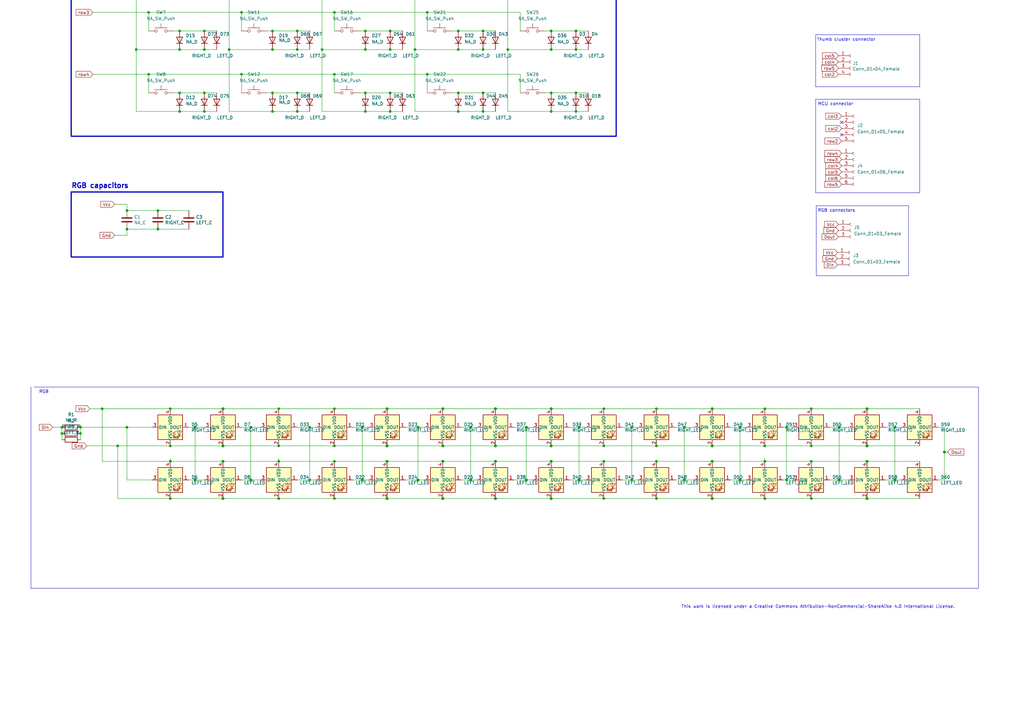
<source format=kicad_sch>
(kicad_sch (version 20230121) (generator eeschema)
  (paper "A3")
  (title_block (title "flex.sch") (date "2022-01-24") (company "bastard keyboards") (comment 3 "CC BY-NC-SA 4.0") (comment 4 "Copyright Quentin Lebastard 2022"))
  (junction (at 226.06 189.23) (diameter 1.016))
  (junction (at 137.16 182.88))
  (junction (at 149.86 38.1))
  (junction (at 132.08 -5.08))
  (junction (at 132.08 20.32))
  (junction (at 203.2 204.47) (diameter 1.016))
  (junction (at 127 196.85))
  (junction (at 171.45 175.26) (diameter 1.016))
  (junction (at 91.44 182.88) (diameter 1.016))
  (junction (at 198.12 38.1))
  (junction (at 83.82 20.32))
  (junction (at 226.06 -5.08))
  (junction (at 198.12 20.32))
  (junction (at 52.07 86.36))
  (junction (at 303.53 196.85) (diameter 1.016))
  (junction (at 158.75 189.23) (diameter 1.016))
  (junction (at 60.96 5.08))
  (junction (at 269.24 182.88))
  (junction (at 355.6 167.64) (diameter 1.016))
  (junction (at 313.69 182.88))
  (junction (at 137.16 189.23))
  (junction (at 121.92 12.7))
  (junction (at 322.58 175.26))
  (junction (at 226.06 182.88) (diameter 1.016))
  (junction (at 187.96 45.72))
  (junction (at 280.67 175.26) (diameter 1.016))
  (junction (at 344.17 196.85) (diameter 1.016))
  (junction (at 137.16 30.48))
  (junction (at 187.96 12.7))
  (junction (at 170.18 20.32))
  (junction (at 160.02 20.32))
  (junction (at 83.82 12.7))
  (junction (at 73.66 45.72))
  (junction (at 99.06 30.48))
  (junction (at 332.74 204.47))
  (junction (at 247.65 189.23))
  (junction (at 181.61 204.47) (diameter 1.016))
  (junction (at 236.22 20.32))
  (junction (at 236.22 -5.08))
  (junction (at 160.02 -12.7))
  (junction (at 160.02 45.72))
  (junction (at 149.86 -5.08))
  (junction (at 158.75 204.47) (diameter 1.016))
  (junction (at 111.76 38.1))
  (junction (at 280.67 196.85) (diameter 1.016))
  (junction (at 367.03 175.26) (diameter 1.016))
  (junction (at 55.88 -5.08))
  (junction (at 236.22 38.1))
  (junction (at 236.22 45.72))
  (junction (at 175.26 -20.32))
  (junction (at 158.75 167.64) (diameter 1.016))
  (junction (at 99.06 5.08))
  (junction (at 292.1 204.47) (diameter 1.016))
  (junction (at 187.96 38.1))
  (junction (at 83.82 -5.08))
  (junction (at 226.06 20.32))
  (junction (at 91.44 189.23) (diameter 1.016))
  (junction (at 215.9 175.26) (diameter 1.016))
  (junction (at 121.92 38.1))
  (junction (at 226.06 45.72))
  (junction (at 69.85 189.23))
  (junction (at 198.12 -12.7))
  (junction (at 203.2 182.88) (diameter 1.016))
  (junction (at 269.24 167.64))
  (junction (at 198.12 12.7))
  (junction (at 198.12 -5.08))
  (junction (at 187.96 20.32))
  (junction (at 83.82 -12.7))
  (junction (at 127 175.26))
  (junction (at 60.96 -20.32))
  (junction (at 121.92 -5.08))
  (junction (at 114.3 204.47))
  (junction (at 64.77 86.36))
  (junction (at 69.85 167.64))
  (junction (at 181.61 189.23) (diameter 1.016))
  (junction (at 292.1 182.88) (diameter 1.016))
  (junction (at 148.59 175.26) (diameter 1.016))
  (junction (at 80.01 175.26) (diameter 1.016))
  (junction (at 91.44 167.64) (diameter 1.016))
  (junction (at 33.02 175.26))
  (junction (at 83.82 45.72))
  (junction (at 313.69 204.47))
  (junction (at 292.1 167.64) (diameter 1.016))
  (junction (at 111.76 45.72))
  (junction (at 69.85 204.47))
  (junction (at 247.65 167.64))
  (junction (at 73.66 20.32))
  (junction (at 203.2 167.64) (diameter 1.016))
  (junction (at 69.85 182.88))
  (junction (at 148.59 196.85) (diameter 1.016))
  (junction (at 121.92 45.72))
  (junction (at 203.2 189.23) (diameter 1.016))
  (junction (at 171.45 196.85) (diameter 1.016))
  (junction (at 149.86 45.72))
  (junction (at 193.04 196.85) (diameter 1.016))
  (junction (at 175.26 30.48))
  (junction (at 25.4 177.8))
  (junction (at 355.6 204.47) (diameter 1.016))
  (junction (at 292.1 189.23) (diameter 1.016))
  (junction (at 48.26 182.88))
  (junction (at 73.66 -12.7))
  (junction (at 175.26 5.08))
  (junction (at 111.76 -5.08))
  (junction (at 137.16 204.47))
  (junction (at 237.49 175.26) (diameter 1.016))
  (junction (at 149.86 20.32))
  (junction (at 137.16 167.64))
  (junction (at 247.65 182.88))
  (junction (at 303.53 175.26) (diameter 1.016))
  (junction (at 137.16 -20.32))
  (junction (at 208.28 -5.08))
  (junction (at 160.02 -5.08))
  (junction (at 149.86 12.7))
  (junction (at 80.01 196.85) (diameter 1.016))
  (junction (at 269.24 204.47))
  (junction (at 121.92 -12.7))
  (junction (at 114.3 182.88))
  (junction (at 193.04 175.26) (diameter 1.016))
  (junction (at 93.98 -5.08))
  (junction (at 114.3 189.23))
  (junction (at 226.06 38.1))
  (junction (at 111.76 20.32))
  (junction (at 73.66 38.1))
  (junction (at 93.98 20.32))
  (junction (at 259.08 175.26))
  (junction (at 226.06 -12.7))
  (junction (at 313.69 167.64))
  (junction (at 181.61 182.88) (diameter 1.016))
  (junction (at 237.49 196.85) (diameter 1.016))
  (junction (at 158.75 182.88) (diameter 1.016))
  (junction (at 313.69 189.23))
  (junction (at 208.28 20.32))
  (junction (at 355.6 189.23) (diameter 1.016))
  (junction (at 187.96 -5.08))
  (junction (at 102.87 196.85) (diameter 1.016))
  (junction (at 83.82 38.1))
  (junction (at 236.22 -12.7))
  (junction (at 41.91 167.64))
  (junction (at 344.17 175.26) (diameter 1.016))
  (junction (at 387.35 185.42) (diameter 1.016))
  (junction (at 52.07 175.26))
  (junction (at 215.9 196.85) (diameter 1.016))
  (junction (at 64.77 93.98))
  (junction (at 160.02 38.1))
  (junction (at 121.92 20.32))
  (junction (at 236.22 12.7))
  (junction (at 102.87 175.26) (diameter 1.016))
  (junction (at 160.02 12.7))
  (junction (at 52.07 93.98))
  (junction (at 181.61 167.64) (diameter 1.016))
  (junction (at 114.3 167.64))
  (junction (at 73.66 12.7))
  (junction (at 355.6 182.88) (diameter 1.016))
  (junction (at 332.74 189.23))
  (junction (at 111.76 -12.7))
  (junction (at 226.06 12.7))
  (junction (at 332.74 182.88))
  (junction (at 73.66 -5.08))
  (junction (at 367.03 196.85) (diameter 1.016))
  (junction (at 137.16 5.08))
  (junction (at 170.18 -5.08))
  (junction (at 111.76 12.7))
  (junction (at 99.06 -20.32))
  (junction (at 55.88 20.32))
  (junction (at 198.12 45.72))
  (junction (at 226.06 204.47) (diameter 1.016))
  (junction (at 33.02 177.8))
  (junction (at 60.96 30.48))
  (junction (at 226.06 167.64) (diameter 1.016))
  (junction (at 149.86 -12.7))
  (junction (at 332.74 167.64))
  (junction (at 91.44 204.47) (diameter 1.016))
  (junction (at 322.58 196.85))
  (junction (at 247.65 204.47))
  (junction (at 259.08 196.85))
  (junction (at 25.4 175.26))
  (junction (at 187.96 -12.7))
  (junction (at 269.24 189.23))
  (no_connect (at 345.186 55.2704))
  (no_connect (at 345.186 50.1904))
  (wire (pts (xy 187.96 20.32) (xy 170.18 20.32)))
  (wire (pts (xy 77.47 196.85) (xy 80.01 196.85)))
  (wire (pts (xy 355.6 182.88) (xy 377.19 182.88)))
  (wire (pts (xy 226.06 38.1) (xy 236.22 38.1)))
  (wire (pts (xy 181.61 182.88) (xy 203.2 182.88)))
  (polyline (pts (xy 334.772 84.3788) (xy 372.618 84.3788)))
  (polyline (pts (xy 334.518 40.6908) (xy 377.19 40.6908)))
  (wire (pts (xy 203.2 189.23) (xy 226.06 189.23)))
  (wire (pts (xy 269.24 167.64) (xy 292.1 167.64)))
  (wire (pts (xy 387.35 185.42) (xy 387.35 196.85)))
  (wire (pts (xy 83.82 -5.08) (xy 88.9 -5.08)))
  (wire (pts (xy 83.82 45.72) (xy 88.9 45.72)))
  (polyline (pts (xy 372.618 113.0808) (xy 334.772 113.0808)))
  (wire (pts (xy 259.08 175.26) (xy 259.08 196.85)))
  (wire (pts (xy 60.96 -20.32) (xy 99.06 -20.32)))
  (wire (pts (xy 114.3 187.96) (xy 114.3 189.23)))
  (wire (pts (xy 237.49 175.26) (xy 237.49 196.85)))
  (wire (pts (xy 321.31 175.26) (xy 322.58 175.26)))
  (wire (pts (xy 226.06 182.88) (xy 247.65 182.88)))
  (wire (pts (xy 144.78 175.26) (xy 148.59 175.26)))
  (wire (pts (xy 99.06 -20.32) (xy 99.06 -12.7)))
  (wire (pts (xy 223.52 38.1) (xy 226.06 38.1)))
  (wire (pts (xy 223.52 12.7) (xy 226.06 12.7)))
  (wire (pts (xy 99.06 5.08) (xy 99.06 12.7)))
  (wire (pts (xy 198.12 12.7) (xy 203.2 12.7)))
  (wire (pts (xy 73.66 -5.08) (xy 83.82 -5.08)))
  (wire (pts (xy 83.82 12.7) (xy 88.9 12.7)))
  (wire (pts (xy 322.58 196.85) (xy 325.12 196.85)))
  (polyline (pts (xy 334.518 14.2748) (xy 334.518 35.6108)))
  (wire (pts (xy 187.96 45.72) (xy 170.18 45.72)))
  (wire (pts (xy 114.3 167.64) (xy 137.16 167.64)))
  (polyline (pts (xy 401.32 241.3) (xy 12.7 241.3)))
  (wire (pts (xy 226.06 189.23) (xy 247.65 189.23)))
  (wire (pts (xy 384.81 175.26) (xy 387.35 175.26)))
  (wire (pts (xy 226.06 45.72) (xy 236.22 45.72)))
  (wire (pts (xy 322.58 175.26) (xy 325.12 175.26)))
  (wire (pts (xy 109.22 38.1) (xy 111.76 38.1)))
  (wire (pts (xy 187.96 45.72) (xy 198.12 45.72)))
  (wire (pts (xy 223.52 -12.7) (xy 226.06 -12.7)))
  (wire (pts (xy 185.42 38.1) (xy 187.96 38.1)))
  (wire (pts (xy 313.69 167.64) (xy 332.74 167.64)))
  (wire (pts (xy 299.72 175.26) (xy 303.53 175.26)))
  (wire (pts (xy 91.44 182.88) (xy 114.3 182.88)))
  (wire (pts (xy 149.86 20.32) (xy 160.02 20.32)))
  (wire (pts (xy 313.69 187.96) (xy 313.69 189.23)))
  (wire (pts (xy 99.06 -20.32) (xy 137.16 -20.32)))
  (wire (pts (xy 137.16 182.88) (xy 158.75 182.88)))
  (wire (pts (xy 93.98 -5.08) (xy 93.98 20.32)))
  (wire (pts (xy 149.86 45.72) (xy 160.02 45.72)))
  (wire (pts (xy 114.3 182.88) (xy 137.16 182.88)))
  (wire (pts (xy 158.75 204.47) (xy 181.61 204.47)))
  (polyline (pts (xy 377.19 14.2748) (xy 377.19 35.6108)))
  (wire (pts (xy 292.1 204.47) (xy 313.69 204.47)))
  (wire (pts (xy 210.82 175.26) (xy 215.9 175.26)))
  (wire (pts (xy 171.45 175.26) (xy 171.45 196.85)))
  (wire (pts (xy 83.82 38.1) (xy 88.9 38.1)))
  (wire (pts (xy 69.85 182.88) (xy 91.44 182.88)))
  (wire (pts (xy 269.24 189.23) (xy 292.1 189.23)))
  (wire (pts (xy 48.26 204.47) (xy 69.85 204.47)))
  (wire (pts (xy 321.31 196.85) (xy 322.58 196.85)))
  (wire (pts (xy 147.32 -12.7) (xy 149.86 -12.7)))
  (wire (pts (xy 160.02 38.1) (xy 165.1 38.1)))
  (wire (pts (xy 226.06 -12.7) (xy 236.22 -12.7)))
  (wire (pts (xy 344.17 175.26) (xy 344.17 196.85)))
  (wire (pts (xy 83.82 -12.7) (xy 88.9 -12.7)))
  (wire (pts (xy 137.16 167.64) (xy 158.75 167.64)))
  (wire (pts (xy 210.82 196.85) (xy 215.9 196.85)))
  (wire (pts (xy 148.59 175.26) (xy 151.13 175.26)))
  (wire (pts (xy 269.24 182.88) (xy 292.1 182.88)))
  (wire (pts (xy 237.49 196.85) (xy 240.03 196.85)))
  (wire (pts (xy 160.02 12.7) (xy 165.1 12.7)))
  (wire (pts (xy 185.42 12.7) (xy 187.96 12.7)))
  (wire (pts (xy 292.1 189.23) (xy 313.69 189.23)))
  (wire (pts (xy 121.92 -12.7) (xy 127 -12.7)))
  (wire (pts (xy 226.06 -5.08) (xy 236.22 -5.08)))
  (wire (pts (xy 52.07 86.36) (xy 52.07 83.82)))
  (wire (pts (xy 226.06 167.64) (xy 247.65 167.64)))
  (wire (pts (xy 198.12 45.72) (xy 203.2 45.72)))
  (wire (pts (xy 187.96 -5.08) (xy 198.12 -5.08)))
  (wire (pts (xy 80.01 175.26) (xy 83.82 175.26)))
  (wire (pts (xy 149.86 -12.7) (xy 160.02 -12.7)))
  (wire (pts (xy 36.83 167.64) (xy 41.91 167.64)))
  (wire (pts (xy 181.61 189.23) (xy 203.2 189.23)))
  (wire (pts (xy 233.68 196.85) (xy 237.49 196.85)))
  (wire (pts (xy 46.99 96.52) (xy 52.07 96.52)))
  (wire (pts (xy 64.77 86.36) (xy 77.47 86.36)))
  (wire (pts (xy 236.22 -12.7) (xy 241.3 -12.7)))
  (wire (pts (xy 208.28 -5.08) (xy 208.28 -27.94)))
  (wire (pts (xy 132.08 20.32) (xy 132.08 45.72)))
  (wire (pts (xy 170.18 20.32) (xy 170.18 45.72)))
  (wire (pts (xy 52.07 93.98) (xy 64.77 93.98)))
  (wire (pts (xy 193.04 196.85) (xy 195.58 196.85)))
  (wire (pts (xy 38.1 5.08) (xy 60.96 5.08)))
  (wire (pts (xy 121.92 12.7) (xy 127 12.7)))
  (wire (pts (xy 367.03 196.85) (xy 369.57 196.85)))
  (wire (pts (xy 73.66 20.32) (xy 55.88 20.32)))
  (wire (pts (xy 35.56 182.88) (xy 48.26 182.88)))
  (wire (pts (xy 203.2 204.47) (xy 226.06 204.47)))
  (wire (pts (xy 137.16 -20.32) (xy 175.26 -20.32)))
  (wire (pts (xy 226.06 20.32) (xy 208.28 20.32)))
  (wire (pts (xy 332.74 189.23) (xy 355.6 189.23)))
  (wire (pts (xy 64.77 93.98) (xy 77.47 93.98)))
  (wire (pts (xy 236.22 38.1) (xy 241.3 38.1)))
  (wire (pts (xy 93.98 20.32) (xy 93.98 45.72)))
  (wire (pts (xy 121.92 38.1) (xy 127 38.1)))
  (wire (pts (xy 48.26 182.88) (xy 69.85 182.88)))
  (wire (pts (xy 52.07 175.26) (xy 52.07 196.85)))
  (wire (pts (xy 137.16 189.23) (xy 158.75 189.23)))
  (wire (pts (xy 387.35 185.42) (xy 388.62 185.42)))
  (wire (pts (xy 332.74 204.47) (xy 355.6 204.47)))
  (wire (pts (xy 111.76 20.32) (xy 93.98 20.32)))
  (wire (pts (xy 215.9 175.26) (xy 215.9 196.85)))
  (wire (pts (xy 121.92 175.26) (xy 127 175.26)))
  (wire (pts (xy 187.96 12.7) (xy 198.12 12.7)))
  (wire (pts (xy 33.02 175.26) (xy 33.02 177.8)))
  (wire (pts (xy 292.1 182.88) (xy 313.69 182.88)))
  (wire (pts (xy 149.86 -5.08) (xy 132.08 -5.08)))
  (wire (pts (xy 147.32 12.7) (xy 149.86 12.7)))
  (wire (pts (xy 181.61 167.64) (xy 203.2 167.64)))
  (wire (pts (xy 355.6 204.47) (xy 377.19 204.47)))
  (wire (pts (xy 121.92 45.72) (xy 127 45.72)))
  (wire (pts (xy 198.12 -12.7) (xy 203.2 -12.7)))
  (wire (pts (xy 33.02 175.26) (xy 52.07 175.26)))
  (wire (pts (xy 269.24 189.23) (xy 247.65 189.23)))
  (wire (pts (xy 69.85 189.23) (xy 69.85 187.96)))
  (wire (pts (xy 80.01 175.26) (xy 80.01 196.85)))
  (wire (pts (xy 160.02 45.72) (xy 165.1 45.72)))
  (wire (pts (xy 363.22 175.26) (xy 367.03 175.26)))
  (wire (pts (xy 166.37 196.85) (xy 171.45 196.85)))
  (wire (pts (xy 69.85 204.47) (xy 91.44 204.47)))
  (wire (pts (xy 127 196.85) (xy 129.54 196.85)))
  (wire (pts (xy 259.08 175.26) (xy 261.62 175.26)))
  (wire (pts (xy 313.69 204.47) (xy 332.74 204.47)))
  (wire (pts (xy 187.96 38.1) (xy 198.12 38.1)))
  (wire (pts (xy 71.12 12.7) (xy 73.66 12.7)))
  (wire (pts (xy 52.07 83.82) (xy 46.99 83.82)))
  (wire (pts (xy 48.26 182.88) (xy 48.26 204.47)))
  (wire (pts (xy 148.59 196.85) (xy 151.13 196.85)))
  (wire (pts (xy 149.86 -5.08) (xy 160.02 -5.08)))
  (wire (pts (xy 148.59 175.26) (xy 148.59 196.85)))
  (wire (pts (xy 236.22 -5.08) (xy 241.3 -5.08)))
  (wire (pts (xy 175.26 5.08) (xy 175.26 12.7)))
  (wire (pts (xy 121.92 -5.08) (xy 127 -5.08)))
  (wire (pts (xy 73.66 -5.08) (xy 55.88 -5.08)))
  (wire (pts (xy 52.07 96.52) (xy 52.07 93.98)))
  (wire (pts (xy 137.16 5.08) (xy 175.26 5.08)))
  (polyline (pts (xy 372.618 84.3788) (xy 372.618 113.0808)))
  (wire (pts (xy 158.75 189.23) (xy 181.61 189.23)))
  (wire (pts (xy 189.23 196.85) (xy 193.04 196.85)))
  (wire (pts (xy 226.06 20.32) (xy 236.22 20.32)))
  (wire (pts (xy 102.87 196.85) (xy 106.68 196.85)))
  (wire (pts (xy 387.35 196.85) (xy 384.81 196.85)))
  (wire (pts (xy 269.24 204.47) (xy 292.1 204.47)))
  (wire (pts (xy 60.96 -20.32) (xy 60.96 -12.7)))
  (wire (pts (xy 208.28 -5.08) (xy 208.28 20.32)))
  (wire (pts (xy 367.03 175.26) (xy 367.03 196.85)))
  (wire (pts (xy 171.45 175.26) (xy 173.99 175.26)))
  (wire (pts (xy 38.1 30.48) (xy 60.96 30.48)))
  (wire (pts (xy 187.96 -5.08) (xy 170.18 -5.08)))
  (wire (pts (xy 93.98 -5.08) (xy 93.98 -27.94)))
  (wire (pts (xy 332.74 167.64) (xy 355.6 167.64)))
  (wire (pts (xy 33.02 177.8) (xy 33.02 180.34)))
  (wire (pts (xy 99.06 30.48) (xy 99.06 38.1)))
  (wire (pts (xy 213.36 -20.32) (xy 213.36 -12.7)))
  (wire (pts (xy 259.08 196.85) (xy 261.62 196.85)))
  (wire (pts (xy 55.88 20.32) (xy 55.88 45.72)))
  (wire (pts (xy 340.36 196.85) (xy 344.17 196.85)))
  (wire (pts (xy 276.86 175.26) (xy 280.67 175.26)))
  (wire (pts (xy 137.16 5.08) (xy 137.16 12.7)))
  (polyline (pts (xy 401.32 158.75) (xy 401.32 241.3)))
  (wire (pts (xy 41.91 189.23) (xy 69.85 189.23)))
  (wire (pts (xy 171.45 196.85) (xy 173.99 196.85)))
  (wire (pts (xy 60.96 30.48) (xy 99.06 30.48)))
  (wire (pts (xy 149.86 38.1) (xy 160.02 38.1)))
  (wire (pts (xy 313.69 189.23) (xy 332.74 189.23)))
  (wire (pts (xy 187.96 20.32) (xy 198.12 20.32)))
  (wire (pts (xy 21.59 175.26) (xy 25.4 175.26)))
  (wire (pts (xy 299.72 196.85) (xy 303.53 196.85)))
  (wire (pts (xy 69.85 167.64) (xy 91.44 167.64)))
  (polyline (pts (xy 12.7 158.75) (xy 12.7 241.3)))
  (wire (pts (xy 226.06 204.47) (xy 247.65 204.47)))
  (wire (pts (xy 332.74 182.88) (xy 355.6 182.88)))
  (wire (pts (xy 60.96 5.08) (xy 99.06 5.08)))
  (wire (pts (xy 137.16 30.48) (xy 175.26 30.48)))
  (wire (pts (xy 91.44 167.64) (xy 114.3 167.64)))
  (wire (pts (xy 55.88 -5.08) (xy 55.88 20.32)))
  (wire (pts (xy 73.66 45.72) (xy 83.82 45.72)))
  (polyline (pts (xy 334.518 14.2748) (xy 377.19 14.2748)))
  (wire (pts (xy 160.02 -12.7) (xy 165.1 -12.7)))
  (wire (pts (xy 303.53 196.85) (xy 306.07 196.85)))
  (wire (pts (xy 137.16 30.48) (xy 137.16 38.1)))
  (wire (pts (xy 292.1 167.64) (xy 313.69 167.64)))
  (wire (pts (xy 114.3 204.47) (xy 137.16 204.47)))
  (wire (pts (xy 73.66 -12.7) (xy 83.82 -12.7)))
  (wire (pts (xy 73.66 12.7) (xy 83.82 12.7)))
  (wire (pts (xy 73.66 45.72) (xy 55.88 45.72)))
  (wire (pts (xy 280.67 175.26) (xy 284.48 175.26)))
  (wire (pts (xy 160.02 20.32) (xy 165.1 20.32)))
  (wire (pts (xy 132.08 -5.08) (xy 132.08 20.32)))
  (wire (pts (xy 280.67 196.85) (xy 284.48 196.85)))
  (wire (pts (xy 41.91 189.23) (xy 41.91 167.64)))
  (wire (pts (xy 175.26 5.08) (xy 213.36 5.08)))
  (wire (pts (xy 158.75 182.88) (xy 181.61 182.88)))
  (wire (pts (xy 344.17 175.26) (xy 347.98 175.26)))
  (wire (pts (xy 114.3 189.23) (xy 137.16 189.23)))
  (polyline (pts (xy 377.19 79.0448) (xy 334.518 79.0448)))
  (polyline (pts (xy 334.518 40.6908) (xy 334.518 79.0448)))
  (wire (pts (xy 247.65 204.47) (xy 269.24 204.47)))
  (wire (pts (xy 99.06 175.26) (xy 102.87 175.26)))
  (wire (pts (xy 111.76 12.7) (xy 121.92 12.7)))
  (wire (pts (xy 226.06 -5.08) (xy 208.28 -5.08)))
  (wire (pts (xy 203.2 167.64) (xy 226.06 167.64)))
  (wire (pts (xy 208.28 20.32) (xy 208.28 45.72)))
  (wire (pts (xy 166.37 175.26) (xy 171.45 175.26)))
  (wire (pts (xy 236.22 20.32) (xy 241.3 20.32)))
  (wire (pts (xy 111.76 38.1) (xy 121.92 38.1)))
  (wire (pts (xy 109.22 -12.7) (xy 111.76 -12.7)))
  (wire (pts (xy 127 175.26) (xy 129.54 175.26)))
  (wire (pts (xy 69.85 189.23) (xy 91.44 189.23)))
  (wire (pts (xy 109.22 12.7) (xy 111.76 12.7)))
  (wire (pts (xy 99.06 5.08) (xy 137.16 5.08)))
  (polyline (pts (xy 13.97 158.75) (xy 401.32 158.75)))
  (wire (pts (xy 147.32 38.1) (xy 149.86 38.1)))
  (wire (pts (xy 189.23 175.26) (xy 193.04 175.26)))
  (wire (pts (xy 99.06 30.48) (xy 137.16 30.48)))
  (wire (pts (xy 91.44 189.23) (xy 114.3 189.23)))
  (wire (pts (xy 233.68 175.26) (xy 237.49 175.26)))
  (wire (pts (xy 215.9 175.26) (xy 218.44 175.26)))
  (wire (pts (xy 55.88 -5.08) (xy 55.88 -27.94)))
  (wire (pts (xy 149.86 45.72) (xy 132.08 45.72)))
  (wire (pts (xy 193.04 175.26) (xy 195.58 175.26)))
  (wire (pts (xy 247.65 182.88) (xy 269.24 182.88)))
  (wire (pts (xy 102.87 175.26) (xy 106.68 175.26)))
  (wire (pts (xy 121.92 196.85) (xy 127 196.85)))
  (wire (pts (xy 102.87 175.26) (xy 102.87 196.85)))
  (wire (pts (xy 236.22 45.72) (xy 241.3 45.72)))
  (wire (pts (xy 175.26 -20.32) (xy 213.36 -20.32)))
  (wire (pts (xy 181.61 204.47) (xy 203.2 204.47)))
  (wire (pts (xy 127 175.26) (xy 127 196.85)))
  (wire (pts (xy 41.91 167.64) (xy 69.85 167.64)))
  (wire (pts (xy 280.67 175.26) (xy 280.67 196.85)))
  (wire (pts (xy 255.27 175.26) (xy 259.08 175.26)))
  (wire (pts (xy 303.53 175.26) (xy 306.07 175.26)))
  (wire (pts (xy 255.27 196.85) (xy 259.08 196.85)))
  (wire (pts (xy 322.58 175.26) (xy 322.58 196.85)))
  (wire (pts (xy 175.26 -20.32) (xy 175.26 -12.7)))
  (wire (pts (xy 25.4 177.8) (xy 25.4 180.34)))
  (wire (pts (xy 367.03 175.26) (xy 369.57 175.26)))
  (wire (pts (xy 149.86 12.7) (xy 160.02 12.7)))
  (wire (pts (xy 137.16 -20.32) (xy 137.16 -12.7)))
  (wire (pts (xy 198.12 38.1) (xy 203.2 38.1)))
  (wire (pts (xy 137.16 204.47) (xy 158.75 204.47)))
  (polyline (pts (xy 377.19 40.6908) (xy 377.19 79.0448)))
  (wire (pts (xy 355.6 189.23) (xy 377.19 189.23)))
  (wire (pts (xy 158.75 167.64) (xy 181.61 167.64)))
  (wire (pts (xy 83.82 20.32) (xy 88.9 20.32)))
  (wire (pts (xy 226.06 45.72) (xy 208.28 45.72)))
  (wire (pts (xy 71.12 -12.7) (xy 73.66 -12.7)))
  (wire (pts (xy 213.36 30.48) (xy 213.36 38.1)))
  (wire (pts (xy 77.47 175.26) (xy 80.01 175.26)))
  (wire (pts (xy 198.12 20.32) (xy 203.2 20.32)))
  (wire (pts (xy 198.12 -5.08) (xy 203.2 -5.08)))
  (wire (pts (xy 185.42 -12.7) (xy 187.96 -12.7)))
  (wire (pts (xy 226.06 12.7) (xy 236.22 12.7)))
  (wire (pts (xy 203.2 182.88) (xy 226.06 182.88)))
  (wire (pts (xy 355.6 167.64) (xy 377.19 167.64)))
  (wire (pts (xy 160.02 -5.08) (xy 165.1 -5.08)))
  (wire (pts (xy 276.86 196.85) (xy 280.67 196.85)))
  (wire (pts (xy 73.66 38.1) (xy 83.82 38.1)))
  (wire (pts (xy 111.76 20.32) (xy 121.92 20.32)))
  (wire (pts (xy 213.36 5.08) (xy 213.36 12.7)))
  (wire (pts (xy 52.07 175.26) (xy 62.23 175.26)))
  (polyline (pts (xy 377.19 35.6108) (xy 334.518 35.6108)))
  (wire (pts (xy 170.18 -27.94) (xy 170.18 -5.08)))
  (wire (pts (xy 344.17 196.85) (xy 347.98 196.85)))
  (wire (pts (xy 111.76 -12.7) (xy 121.92 -12.7)))
  (wire (pts (xy 99.06 196.85) (xy 102.87 196.85)))
  (wire (pts (xy 340.36 175.26) (xy 344.17 175.26)))
  (wire (pts (xy 187.96 -12.7) (xy 198.12 -12.7)))
  (wire (pts (xy 121.92 20.32) (xy 127 20.32)))
  (wire (pts (xy 149.86 20.32) (xy 132.08 20.32)))
  (wire (pts (xy 313.69 182.88) (xy 332.74 182.88)))
  (wire (pts (xy 303.53 175.26) (xy 303.53 196.85)))
  (wire (pts (xy 91.44 204.47) (xy 114.3 204.47)))
  (wire (pts (xy 193.04 175.26) (xy 193.04 196.85)))
  (polyline (pts (xy 334.772 84.3788) (xy 334.772 113.0808)))
  (wire (pts (xy 237.49 175.26) (xy 240.03 175.26)))
  (wire (pts (xy 363.22 196.85) (xy 367.03 196.85)))
  (wire (pts (xy 247.65 167.64) (xy 269.24 167.64)))
  (wire (pts (xy 170.18 -5.08) (xy 170.18 20.32)))
  (wire (pts (xy 52.07 86.36) (xy 64.77 86.36)))
  (wire (pts (xy 25.4 175.26) (xy 25.4 177.8)))
  (wire (pts (xy 175.26 30.48) (xy 175.26 38.1)))
  (wire (pts (xy 144.78 196.85) (xy 148.59 196.85)))
  (wire (pts (xy 111.76 45.72) (xy 93.98 45.72)))
  (wire (pts (xy 215.9 196.85) (xy 218.44 196.85)))
  (wire (pts (xy 111.76 -5.08) (xy 121.92 -5.08)))
  (wire (pts (xy 236.22 12.7) (xy 241.3 12.7)))
  (wire (pts (xy 80.01 196.85) (xy 83.82 196.85)))
  (wire (pts (xy 111.76 -5.08) (xy 93.98 -5.08)))
  (wire (pts (xy 73.66 20.32) (xy 83.82 20.32)))
  (wire (pts (xy 38.1 -20.32) (xy 60.96 -20.32)))
  (wire (pts (xy 52.07 196.85) (xy 62.23 196.85)))
  (wire (pts (xy 60.96 30.48) (xy 60.96 38.1)))
  (wire (pts (xy 175.26 30.48) (xy 213.36 30.48)))
  (wire (pts (xy 60.96 5.08) (xy 60.96 12.7)))
  (wire (pts (xy 387.35 175.26) (xy 387.35 185.42)))
  (wire (pts (xy 132.08 -5.08) (xy 132.08 -27.94)))
  (wire (pts (xy 71.12 38.1) (xy 73.66 38.1)))
  (wire (pts (xy 111.76 45.72) (xy 121.92 45.72)))
  (rectangle (start 29.21 -38.1) (end 252.73 55.88) (stroke (width 0.5)))
  (rectangle (start 29.21 78.74) (end 91.44 105.41) (stroke (width 0.5)))
  (text "RGB connectors" (at 350.774 87.1728 0) (effects (font (size 1.27 1.27)) (justify right bottom)))
  (text "MCU connector" (at 350.012 43.4848 0) (effects (font (size 1.27 1.27)) (justify right bottom)))
  (text "Thumb cluster connector" (at 359.156 17.0688 0) (effects (font (size 1.27 1.27)) (justify right bottom)))
  (text "RGB capacitors" (at 29.21 77.47 0) (effects (font (size 2 2) (thickness 0.4) bold) (justify left bottom)))
  (text "Diodes and switches" (at 59.69 -40.64 0) (effects (font (size 2 2) (thickness 0.4) bold) (justify right bottom)))
  (text "RGB" (at 19.9898 161.4932 0) (effects (font (size 1.27 1.27)) (justify right bottom)))
  (text "This work is licensed under a Creative Commons Attribution-NonCommercial-ShareAlike 4.0 International License." (at 279.4762 249.6566 0) (effects (font (size 1.27 1.27)) (justify left bottom)))
  (global_label "Vcc" (shape input) (at 343.8652 92.0242 180) (property "Intersheetrefs" "${INTERSHEET_REFS}" (effects hide)))
  (global_label "col5" (shape input) (at 343.8652 22.86 180) (property "Intersheetrefs" "${INTERSHEET_REFS}" (effects hide)))
  (global_label "col5" (shape input) (at 170.18 -27.94 90) (property "Intersheetrefs" "${INTERSHEET_REFS}" (effects hide)))
  (global_label "Vcc" (shape input) (at 343.4842 103.5558 180) (property "Intersheetrefs" "${INTERSHEET_REFS}" (effects hide)))
  (global_label "Dout" (shape input) (at 343.8652 97.1042 180) (property "Intersheetrefs" "${INTERSHEET_REFS}" (effects hide)))
  (global_label "row2" (shape input) (at 345.186 57.8104 180) (property "Intersheetrefs" "${INTERSHEET_REFS}" (effects hide)))
  (global_label "row2" (shape input) (at 38.1 -20.32 180) (property "Intersheetrefs" "${INTERSHEET_REFS}" (effects hide)))
  (global_label "Din" (shape input) (at 343.4842 108.6358 180) (property "Intersheetrefs" "${INTERSHEET_REFS}" (effects hide)))
  (global_label "row3" (shape input) (at 38.1 5.08 180) (property "Intersheetrefs" "${INTERSHEET_REFS}" (effects hide)))
  (global_label "row5" (shape input) (at 345.186 75.5904 180) (property "Intersheetrefs" "${INTERSHEET_REFS}" (effects hide)))
  (global_label "col2" (shape input) (at 345.186 52.7304 180) (property "Intersheetrefs" "${INTERSHEET_REFS}" (effects hide)))
  (global_label "col3" (shape input) (at 93.98 -27.94 90) (property "Intersheetrefs" "${INTERSHEET_REFS}" (effects hide)))
  (global_label "col6" (shape input) (at 345.186 73.0504 180) (property "Intersheetrefs" "${INTERSHEET_REFS}" (effects hide)))
  (global_label "row4" (shape input) (at 345.186 62.8904 180) (property "Intersheetrefs" "${INTERSHEET_REFS}" (effects hide)))
  (global_label "col4" (shape input) (at 132.08 -27.94 90) (property "Intersheetrefs" "${INTERSHEET_REFS}" (effects hide)))
  (global_label "Vcc" (shape input) (at 46.99 83.82 180) (property "Intersheetrefs" "${INTERSHEET_REFS}" (effects hide)))
  (global_label "Gnd" (shape input) (at 46.99 96.52 180) (property "Intersheetrefs" "${INTERSHEET_REFS}" (effects hide)))
  (global_label "col6" (shape input) (at 208.28 -27.94 90) (property "Intersheetrefs" "${INTERSHEET_REFS}" (effects hide)))
  (global_label "Gnd" (shape input) (at 343.8652 94.5642 180) (property "Intersheetrefs" "${INTERSHEET_REFS}" (effects hide)))
  (global_label "Din" (shape input) (at 21.59 175.26 180) (property "Intersheetrefs" "${INTERSHEET_REFS}" (effects hide)))
  (global_label "Vcc" (shape input) (at 36.83 167.64 180) (property "Intersheetrefs" "${INTERSHEET_REFS}" (effects hide)))
  (global_label "col2" (shape input) (at 343.8652 30.48 180) (property "Intersheetrefs" "${INTERSHEET_REFS}" (effects hide)))
  (global_label "Gnd" (shape input) (at 343.4842 106.0958 180) (property "Intersheetrefs" "${INTERSHEET_REFS}" (effects hide)))
  (global_label "row3" (shape input) (at 345.186 65.4304 180) (property "Intersheetrefs" "${INTERSHEET_REFS}" (effects hide)))
  (global_label "row5" (shape input) (at 343.8652 27.94 180) (property "Intersheetrefs" "${INTERSHEET_REFS}" (effects hide)))
  (global_label "col2" (shape input) (at 55.88 -27.94 90) (property "Intersheetrefs" "${INTERSHEET_REFS}" (effects hide)))
  (global_label "col4" (shape input) (at 343.8652 25.4 180) (property "Intersheetrefs" "${INTERSHEET_REFS}" (effects hide)))
  (global_label "col4" (shape input) (at 345.186 67.9704 180) (property "Intersheetrefs" "${INTERSHEET_REFS}" (effects hide)))
  (global_label "Dout" (shape input) (at 388.62 185.42 0) (property "Intersheetrefs" "${INTERSHEET_REFS}" (effects hide)))
  (global_label "col5" (shape input) (at 345.186 70.5104 180) (property "Intersheetrefs" "${INTERSHEET_REFS}" (effects hide)))
  (global_label "col3" (shape input) (at 345.186 47.6504 180) (property "Intersheetrefs" "${INTERSHEET_REFS}" (effects hide)))
  (global_label "row4" (shape input) (at 38.1 30.48 180) (property "Intersheetrefs" "${INTERSHEET_REFS}" (effects hide)))
  (global_label "Gnd" (shape input) (at 35.56 182.88 180) (property "Intersheetrefs" "${INTERSHEET_REFS}" (effects hide)))
  (symbol (lib_id "Device:D") (at 160.02 16.51 90) (unit 1)
    (property "Reference" "D54" (at 161.29 13.97 90) (effects (justify right)))
    (property "Value" "RIGHT_D" (at 154.94 22.86 90) (effects (justify right)))
    (property "Footprint" "custom:D_SOD-523" (effects hide))
  )
  (symbol (lib_id "Device:D") (at 160.02 -8.89 90) (unit 1)
    (property "Reference" "D46" (at 161.29 -11.43 90) (effects (justify right)))
    (property "Value" "RIGHT_D" (at 154.94 -2.54 90) (effects (justify right)))
    (property "Footprint" "custom:D_SOD-523" (effects hide))
  )
  (symbol (lib_id "Device:C") (at 52.07 90.17 0) (unit 1)
    (property "Reference" "C1" (at 54.9911 89.0206 0) (effects (justify left)))
    (property "Value" "NA_C" (at 54.9911 91.3193 0) (effects (justify left)))
    (property "Footprint" "custom:C_1206_3216Metric_Pad1.33x1.80mm_HandSolder_reversible" (effects hide))
  )
  (symbol (lib_id "Device:D") (at 149.86 16.51 90) (unit 1)
    (property "Reference" "D27" (at 152.4 14.605 90) (effects (justify right)))
    (property "Value" "NA_D" (at 152.4 17.145 90) (effects (justify right)))
    (property "Footprint" "custom:Diode_TH_SOD123" (effects hide))
  )
  (symbol (lib_id "Device:D") (at 73.66 -8.89 90) (unit 1)
    (property "Reference" "D9" (at 76.2 -10.795 90) (effects (justify right)))
    (property "Value" "NA_D" (at 76.2 -8.255 90) (effects (justify right)))
    (property "Footprint" "custom:Diode_TH_SOD123" (effects hide))
  )
  (symbol (lib_id "Device:D") (at 111.76 41.91 90) (unit 1)
    (property "Reference" "D17" (at 114.3 40.005 90) (effects (justify right)))
    (property "Value" "NA_D" (at 114.3 41.91 90) (effects (justify right)))
    (property "Footprint" "custom:Diode_TH_SOD123" (effects hide))
  )
  (symbol (lib_id "Device:D") (at 165.1 16.51 90) (unit 1)
    (property "Reference" "D61" (at 166.37 13.97 90) (effects (justify right)))
    (property "Value" "LEFT_D" (at 165.1 22.86 90) (effects (justify right)))
    (property "Footprint" "custom:D_SOD-523" (effects hide))
  )
  (symbol (lib_id "Switch:SW_Push") (at 180.34 38.1 0) (unit 1)
    (property "Reference" "SW22" (at 180.34 30.48 0))
    (property "Value" "NA_SW_Push" (at 180.34 33.02 0))
    (property "Footprint" "custom:SW_MX_reversible" (effects hide))
  )
  (symbol (lib_id "LED:SK6812MINI") (at 226.06 196.85 0) (unit 1)
    (property "Reference" "D40" (at 234.6961 195.7006 0) (effects (justify left)))
    (property "Value" "LEFT_LED" (at 234.6961 197.9993 0) (effects (justify left)))
    (property "Footprint" "custom:SK6812_mini_e_corners_noedgecuts" (effects hide))
    (property "Datasheet" "https://cdn-shop.adafruit.com/product-files/2686/SK6812MINI_REV.01-1-2.pdf" (effects hide))
  )
  (symbol (lib_id "Device:D") (at 127 -8.89 90) (unit 1)
    (property "Reference" "D65" (at 128.27 -11.43 90) (effects (justify right)))
    (property "Value" "LEFT_D" (at 127 -2.54 90) (effects (justify right)))
    (property "Footprint" "custom:D_SOD-523" (effects hide))
  )
  (symbol (lib_id "LED:SK6812MINI") (at 158.75 175.26 0) (unit 1)
    (property "Reference" "D23" (at 167.3861 174.1106 0) (effects (justify left)))
    (property "Value" "RIGHT_LED" (at 167.3861 176.4093 0) (effects (justify left)))
    (property "Footprint" "custom:SK6812_mini_e_corners" (effects hide))
    (property "Datasheet" "https://cdn-shop.adafruit.com/product-files/2686/SK6812MINI_REV.01-1-2.pdf" (effects hide))
  )
  (symbol (lib_id "Device:D") (at 187.96 16.51 90) (unit 1)
    (property "Reference" "D32" (at 190.5 14.605 90) (effects (justify right)))
    (property "Value" "NA_D" (at 190.5 17.145 90) (effects (justify right)))
    (property "Footprint" "custom:Diode_TH_SOD123" (effects hide))
  )
  (symbol (lib_id "Device:D") (at 203.2 16.51 90) (unit 1)
    (property "Reference" "D43" (at 204.47 13.97 90) (effects (justify right)))
    (property "Value" "LEFT_D" (at 203.2 22.86 90) (effects (justify right)))
    (property "Footprint" "custom:D_SOD-523" (effects hide))
  )
  (symbol (lib_id "LED:SK6812MINI") (at 114.3 175.26 0) (unit 1)
    (property "Reference" "D33" (at 122.9361 174.1106 0) (effects (justify left)))
    (property "Value" "RIGHT_LED" (at 122.9361 176.4093 0) (effects (justify left)))
    (property "Footprint" "custom:SK6812_mini_e_corners" (effects hide))
    (property "Datasheet" "https://cdn-shop.adafruit.com/product-files/2686/SK6812MINI_REV.01-1-2.pdf" (effects hide))
  )
  (symbol (lib_id "Device:D") (at 226.06 41.91 90) (unit 1)
    (property "Reference" "D35" (at 228.6 40.005 90) (effects (justify right)))
    (property "Value" "NA_D" (at 228.6 42.545 90) (effects (justify right)))
    (property "Footprint" "custom:Diode_TH_SOD123" (effects hide))
  )
  (symbol (lib_id "Device:D") (at 241.3 16.51 90) (unit 1)
    (property "Reference" "D4" (at 242.57 13.97 90) (effects (justify right)))
    (property "Value" "LEFT_D" (at 241.3 22.86 90) (effects (justify right)))
    (property "Footprint" "custom:D_SOD-523" (effects hide))
  )
  (symbol (lib_id "Device:D") (at 83.82 41.91 90) (unit 1)
    (property "Reference" "D74" (at 85.09 39.37 90) (effects (justify right)))
    (property "Value" "RIGHT_D" (at 78.74 48.26 90) (effects (justify right)))
    (property "Footprint" "custom:D_SOD-523" (effects hide))
  )
  (symbol (lib_id "LED:SK6812MINI") (at 203.2 175.26 0) (unit 1)
    (property "Reference" "D37" (at 211.8361 174.1106 0) (effects (justify left)))
    (property "Value" "RIGHT_LED" (at 211.8361 176.4093 0) (effects (justify left)))
    (property "Footprint" "custom:SK6812_mini_e_corners" (effects hide))
    (property "Datasheet" "https://cdn-shop.adafruit.com/product-files/2686/SK6812MINI_REV.01-1-2.pdf" (effects hide))
  )
  (symbol (lib_id "Device:D") (at 203.2 -8.89 90) (unit 1)
    (property "Reference" "D29" (at 204.47 -11.43 90) (effects (justify right)))
    (property "Value" "LEFT_D" (at 203.2 -2.54 90) (effects (justify right)))
    (property "Footprint" "custom:D_SOD-523" (effects hide))
  )
  (symbol (lib_id "LED:SK6812MINI") (at 226.06 175.26 0) (unit 1)
    (property "Reference" "D39" (at 234.6961 174.1106 0) (effects (justify left)))
    (property "Value" "RIGHT_LED" (at 234.6961 176.4093 0) (effects (justify left)))
    (property "Footprint" "custom:SK6812_mini_e_corners" (effects hide))
    (property "Datasheet" "https://cdn-shop.adafruit.com/product-files/2686/SK6812MINI_REV.01-1-2.pdf" (effects hide))
  )
  (symbol (lib_id "LED:SK6812MINI") (at 137.16 175.26 0) (unit 1)
    (property "Reference" "D21" (at 145.7961 174.1106 0) (effects (justify left)))
    (property "Value" "RIGHT_LED" (at 145.7961 176.4093 0) (effects (justify left)))
    (property "Footprint" "custom:SK6812_mini_e_corners" (effects hide))
    (property "Datasheet" "https://cdn-shop.adafruit.com/product-files/2686/SK6812MINI_REV.01-1-2.pdf" (effects hide))
  )
  (symbol (lib_id "Switch:SW_Push") (at 104.14 12.7 0) (unit 1)
    (property "Reference" "SW11" (at 104.14 5.08 0))
    (property "Value" "NA_SW_Push" (at 104.14 7.62 0))
    (property "Footprint" "custom:SW_MX_reversible" (effects hide))
  )
  (symbol (lib_id "Device:D") (at 241.3 41.91 90) (unit 1)
    (property "Reference" "D18" (at 242.57 39.37 90) (effects (justify right)))
    (property "Value" "LEFT_D" (at 241.3 48.26 90) (effects (justify right)))
    (property "Footprint" "custom:D_SOD-523" (effects hide))
  )
  (symbol (lib_id "Switch:SW_Push") (at 104.14 38.1 0) (unit 1)
    (property "Reference" "SW12" (at 104.14 30.48 0))
    (property "Value" "NA_SW_Push" (at 104.14 33.02 0))
    (property "Footprint" "custom:SW_MX_reversible" (effects hide))
  )
  (symbol (lib_id "LED:SK6812MINI") (at 269.24 196.85 0) (unit 1)
    (property "Reference" "D48" (at 277.8761 195.7006 0) (effects (justify left)))
    (property "Value" "LEFT_LED" (at 277.8761 197.9993 0) (effects (justify left)))
    (property "Footprint" "custom:SK6812_mini_e_corners_noedgecuts" (effects hide))
    (property "Datasheet" "https://cdn-shop.adafruit.com/product-files/2686/SK6812MINI_REV.01-1-2.pdf" (effects hide))
  )
  (symbol (lib_id "Device:D") (at 241.3 -8.89 90) (unit 1)
    (property "Reference" "D2" (at 242.57 -11.43 90) (effects (justify right)))
    (property "Value" "LEFT_D" (at 241.3 -2.54 90) (effects (justify right)))
    (property "Footprint" "custom:D_SOD-523" (effects hide))
  )
  (symbol (lib_id "Device:D") (at 149.86 41.91 90) (unit 1)
    (property "Reference" "D20" (at 152.4 40.005 90) (effects (justify right)))
    (property "Value" "NA_D" (at 152.4 42.545 90) (effects (justify right)))
    (property "Footprint" "custom:Diode_TH_SOD123" (effects hide))
  )
  (symbol (lib_id "Switch:SW_Push") (at 66.04 38.1 0) (unit 1)
    (property "Reference" "SW8" (at 66.04 30.48 0))
    (property "Value" "NA_SW_Push" (at 66.04 33.02 0))
    (property "Footprint" "custom:SW_MX_reversible" (effects hide))
  )
  (symbol (lib_id "Connector:Conn_01x03_Female") (at 348.9452 94.5642 0) (unit 1)
    (property "Reference" "J5" (at 350.2152 93.2942 0) (effects (justify left)))
    (property "Value" "Conn_01x03_Female" (at 350.2152 95.8342 0) (effects (justify left)))
    (property "Footprint" "Connector_PinHeader_2.54mm:PinHeader_1x03_P2.54mm_Vertical" (effects hide))
  )
  (symbol (lib_id "LED:SK6812MINI") (at 247.65 175.26 0) (unit 1)
    (property "Reference" "D41" (at 256.2861 174.1106 0) (effects (justify left)))
    (property "Value" "RIGHT_LED" (at 256.2861 176.4093 0) (effects (justify left)))
    (property "Footprint" "custom:SK6812_mini_e_corners" (effects hide))
    (property "Datasheet" "https://cdn-shop.adafruit.com/product-files/2686/SK6812MINI_REV.01-1-2.pdf" (effects hide))
  )
  (symbol (lib_id "Switch:SW_Push") (at 66.04 -12.7 0) (unit 1)
    (property "Reference" "SW6" (at 66.04 -20.32 0))
    (property "Value" "NA_SW_Push" (at 66.04 -17.78 0))
    (property "Footprint" "custom:SW_MX_reversible" (effects hide))
  )
  (symbol (lib_id "LED:SK6812MINI") (at 269.24 175.26 0) (unit 1)
    (property "Reference" "D47" (at 277.8761 174.1106 0) (effects (justify left)))
    (property "Value" "RIGHT_LED" (at 277.8761 176.4093 0) (effects (justify left)))
    (property "Footprint" "custom:SK6812_mini_e_corners" (effects hide))
    (property "Datasheet" "https://cdn-shop.adafruit.com/product-files/2686/SK6812MINI_REV.01-1-2.pdf" (effects hide))
  )
  (symbol (lib_id "Device:C") (at 77.47 90.17 0) (unit 1)
    (property "Reference" "C3" (at 80.3911 89.0206 0) (effects (justify left)))
    (property "Value" "LEFT_C" (at 80.3911 91.3193 0) (effects (justify left)))
    (property "Footprint" "custom:R_0402" (effects hide))
  )
  (symbol (lib_id "LED:SK6812MINI") (at 355.6 196.85 0) (unit 1)
    (property "Reference" "D58" (at 364.2361 195.7006 0) (effects (justify left)))
    (property "Value" "LEFT_LED" (at 364.2361 197.9993 0) (effects (justify left)))
    (property "Footprint" "custom:SK6812_mini_e_corners_noedgecuts" (effects hide))
    (property "Datasheet" "https://cdn-shop.adafruit.com/product-files/2686/SK6812MINI_REV.01-1-2.pdf" (effects hide))
  )
  (symbol (lib_id "LED:SK6812MINI") (at 247.65 196.85 0) (unit 1)
    (property "Reference" "D42" (at 256.2861 195.7006 0) (effects (justify left)))
    (property "Value" "LEFT_LED" (at 256.2861 197.9993 0) (effects (justify left)))
    (property "Footprint" "custom:SK6812_mini_e_corners_noedgecuts" (effects hide))
    (property "Datasheet" "https://cdn-shop.adafruit.com/product-files/2686/SK6812MINI_REV.01-1-2.pdf" (effects hide))
  )
  (symbol (lib_id "LED:SK6812MINI") (at 377.19 175.26 0) (unit 1)
    (property "Reference" "D59" (at 385.8261 174.1106 0) (effects (justify left)))
    (property "Value" "RIGHT_LED" (at 385.8261 176.4093 0) (effects (justify left)))
    (property "Footprint" "custom:SK6812_mini_e_corners" (effects hide))
    (property "Datasheet" "https://cdn-shop.adafruit.com/product-files/2686/SK6812MINI_REV.01-1-2.pdf" (effects hide))
  )
  (symbol (lib_id "LED:SK6812MINI") (at 137.16 196.85 0) (unit 1)
    (property "Reference" "D22" (at 145.7961 195.7006 0) (effects (justify left)))
    (property "Value" "LEFT_LED" (at 145.7961 197.9993 0) (effects (justify left)))
    (property "Footprint" "custom:SK6812_mini_e_corners_noedgecuts" (effects hide))
    (property "Datasheet" "https://cdn-shop.adafruit.com/product-files/2686/SK6812MINI_REV.01-1-2.pdf" (effects hide))
  )
  (symbol (lib_id "Device:D") (at 121.92 -8.89 90) (unit 1)
    (property "Reference" "D64" (at 123.19 -11.43 90) (effects (justify right)))
    (property "Value" "RIGHT_D" (at 116.84 -2.54 90) (effects (justify right)))
    (property "Footprint" "custom:D_SOD-523" (effects hide))
  )
  (symbol (lib_id "Switch:SW_Push") (at 218.44 -12.7 0) (unit 1)
    (property "Reference" "SW24" (at 218.44 -20.32 0))
    (property "Value" "NA_SW_Push" (at 218.44 -17.78 0))
    (property "Footprint" "custom:SW_MX_reversible" (effects hide))
  )
  (symbol (lib_id "Device:D") (at 121.92 41.91 90) (unit 1)
    (property "Reference" "D68" (at 123.19 39.37 90) (effects (justify right)))
    (property "Value" "RIGHT_D" (at 116.84 48.26 90) (effects (justify right)))
    (property "Footprint" "custom:D_SOD-523" (effects hide))
  )
  (symbol (lib_id "LED:SK6812MINI") (at 114.3 196.85 0) (unit 1)
    (property "Reference" "D34" (at 122.9361 195.7006 0) (effects (justify left)))
    (property "Value" "LEFT_LED" (at 122.9361 197.9993 0) (effects (justify left)))
    (property "Footprint" "custom:SK6812_mini_e_corners_noedgecuts" (effects hide))
    (property "Datasheet" "https://cdn-shop.adafruit.com/product-files/2686/SK6812MINI_REV.01-1-2.pdf" (effects hide))
  )
  (symbol (lib_id "Device:D") (at 88.9 16.51 90) (unit 1)
    (property "Reference" "D73" (at 90.17 13.97 90) (effects (justify right)))
    (property "Value" "LEFT_D" (at 88.9 22.86 90) (effects (justify right)))
    (property "Footprint" "custom:D_SOD-523" (effects hide))
  )
  (symbol (lib_id "Device:D") (at 83.82 -8.89 90) (unit 1)
    (property "Reference" "D70" (at 85.09 -11.43 90) (effects (justify right)))
    (property "Value" "RIGHT_D" (at 78.74 -2.54 90) (effects (justify right)))
    (property "Footprint" "custom:D_SOD-523" (effects hide))
  )
  (symbol (lib_id "Device:D") (at 83.82 16.51 90) (unit 1)
    (property "Reference" "D72" (at 85.09 13.97 90) (effects (justify right)))
    (property "Value" "RIGHT_D" (at 78.74 22.86 90) (effects (justify right)))
    (property "Footprint" "custom:D_SOD-523" (effects hide))
  )
  (symbol (lib_id "Switch:SW_Push") (at 180.34 -12.7 0) (unit 1)
    (property "Reference" "SW20" (at 180.34 -20.32 0))
    (property "Value" "NA_SW_Push" (at 180.34 -17.78 0))
    (property "Footprint" "custom:SW_MX_reversible" (effects hide))
  )
  (symbol (lib_id "Device:D") (at 111.76 16.51 90) (unit 1)
    (property "Reference" "D19" (at 114.3 14.605 90) (effects (justify right)))
    (property "Value" "NA_D" (at 114.3 16.51 90) (effects (justify right)))
    (property "Footprint" "custom:Diode_TH_SOD123" (effects hide))
  )
  (symbol (lib_id "Device:D") (at 160.02 41.91 90) (unit 1)
    (property "Reference" "D62" (at 161.29 39.37 90) (effects (justify right)))
    (property "Value" "RIGHT_D" (at 154.94 48.26 90) (effects (justify right)))
    (property "Footprint" "custom:D_SOD-523" (effects hide))
  )
  (symbol (lib_id "LED:SK6812MINI") (at 181.61 196.85 0) (unit 1)
    (property "Reference" "D26" (at 190.2461 195.7006 0) (effects (justify left)))
    (property "Value" "LEFT_LED" (at 190.2461 197.9993 0) (effects (justify left)))
    (property "Footprint" "custom:SK6812_mini_e_corners_noedgecuts" (effects hide))
    (property "Datasheet" "https://cdn-shop.adafruit.com/product-files/2686/SK6812MINI_REV.01-1-2.pdf" (effects hide))
  )
  (symbol (lib_id "Device:D") (at 127 41.91 90) (unit 1)
    (property "Reference" "D69" (at 128.27 39.37 90) (effects (justify right)))
    (property "Value" "LEFT_D" (at 127 48.26 90) (effects (justify right)))
    (property "Footprint" "custom:D_SOD-523" (effects hide))
  )
  (symbol (lib_id "LED:SK6812MINI") (at 69.85 175.26 0) (unit 1)
    (property "Reference" "D5" (at 78.4861 174.1106 0) (effects (justify left)))
    (property "Value" "RIGHT_LED" (at 78.4861 176.4093 0) (effects (justify left)))
    (property "Footprint" "custom:SK6812_mini_e_corners" (effects hide))
    (property "Datasheet" "https://cdn-shop.adafruit.com/product-files/2686/SK6812MINI_REV.01-1-2.pdf" (effects hide))
  )
  (symbol (lib_id "Device:D") (at 236.22 16.51 90) (unit 1)
    (property "Reference" "D3" (at 237.49 13.97 90) (effects (justify right)))
    (property "Value" "RIGHT_D" (at 231.14 22.86 90) (effects (justify right)))
    (property "Footprint" "custom:D_SOD-523" (effects hide))
  )
  (symbol (lib_id "LED:SK6812MINI") (at 91.44 175.26 0) (unit 1)
    (property "Reference" "D7" (at 100.0761 174.1106 0) (effects (justify left)))
    (property "Value" "RIGHT_LED" (at 100.0761 176.4093 0) (effects (justify left)))
    (property "Footprint" "custom:SK6812_mini_e_corners" (effects hide))
    (property "Datasheet" "https://cdn-shop.adafruit.com/product-files/2686/SK6812MINI_REV.01-1-2.pdf" (effects hide))
  )
  (symbol (lib_id "LED:SK6812MINI") (at 313.69 196.85 0) (unit 1)
    (property "Reference" "D52" (at 322.3261 195.7006 0) (effects (justify left)))
    (property "Value" "LEFT_LED" (at 322.3261 197.9993 0) (effects (justify left)))
    (property "Footprint" "custom:SK6812_mini_e_corners_noedgecuts" (effects hide))
    (property "Datasheet" "https://cdn-shop.adafruit.com/product-files/2686/SK6812MINI_REV.01-1-2.pdf" (effects hide))
  )
  (symbol (lib_id "Device:D") (at 226.06 16.51 90) (unit 1)
    (property "Reference" "D36" (at 228.6 14.605 90) (effects (justify right)))
    (property "Value" "NA_D" (at 228.6 17.145 90) (effects (justify right)))
    (property "Footprint" "custom:Diode_TH_SOD123" (effects hide))
  )
  (symbol (lib_id "Device:D") (at 111.76 -8.89 90) (unit 1)
    (property "Reference" "D11" (at 114.3 -10.795 90) (effects (justify right)))
    (property "Value" "NA_D" (at 114.3 -8.89 90) (effects (justify right)))
    (property "Footprint" "custom:Diode_TH_SOD123" (effects hide))
  )
  (symbol (lib_id "Switch:SW_Push") (at 142.24 -12.7 0) (unit 1)
    (property "Reference" "SW15" (at 142.24 -20.32 0))
    (property "Value" "NA_SW_Push" (at 142.24 -17.78 0))
    (property "Footprint" "custom:SW_MX_reversible" (effects hide))
  )
  (symbol (lib_id "Switch:SW_Push") (at 142.24 38.1 0) (unit 1)
    (property "Reference" "SW17" (at 142.24 30.48 0))
    (property "Value" "NA_SW_Push" (at 142.24 33.02 0))
    (property "Footprint" "custom:SW_MX_reversible" (effects hide))
  )
  (symbol (lib_id "LED:SK6812MINI") (at 292.1 196.85 0) (unit 1)
    (property "Reference" "D50" (at 300.7361 195.7006 0) (effects (justify left)))
    (property "Value" "LEFT_LED" (at 300.7361 197.9993 0) (effects (justify left)))
    (property "Footprint" "custom:SK6812_mini_e_corners_noedgecuts" (effects hide))
    (property "Datasheet" "https://cdn-shop.adafruit.com/product-files/2686/SK6812MINI_REV.01-1-2.pdf" (effects hide))
  )
  (symbol (lib_id "Connector:Conn_01x03_Female") (at 348.5642 106.0958 0) (unit 1)
    (property "Reference" "J3" (at 349.8342 104.8258 0) (effects (justify left)))
    (property "Value" "Conn_01x03_Female" (at 349.8342 107.3658 0) (effects (justify left)))
    (property "Footprint" "Connector_PinHeader_2.54mm:PinHeader_1x03_P2.54mm_Vertical" (effects hide))
  )
  (symbol (lib_id "Device:D") (at 236.22 41.91 90) (unit 1)
    (property "Reference" "D10" (at 237.49 39.37 90) (effects (justify right)))
    (property "Value" "RIGHT_D" (at 231.14 48.26 90) (effects (justify right)))
    (property "Footprint" "custom:D_SOD-523" (effects hide))
  )
  (symbol (lib_id "Device:D") (at 165.1 -8.89 90) (unit 1)
    (property "Reference" "D53" (at 166.37 -11.43 90) (effects (justify right)))
    (property "Value" "LEFT_D" (at 165.1 -2.54 90) (effects (justify right)))
    (property "Footprint" "custom:D_SOD-523" (effects hide))
  )
  (symbol (lib_id "Device:D") (at 73.66 16.51 90) (unit 1)
    (property "Reference" "D15" (at 76.2 14.605 90) (effects (justify right)))
    (property "Value" "NA_D" (at 76.2 17.145 90) (effects (justify right)))
    (property "Footprint" "custom:Diode_TH_SOD123" (effects hide))
  )
  (symbol (lib_id "Device:D") (at 149.86 -8.89 90) (unit 1)
    (property "Reference" "D13" (at 152.4 -10.795 90) (effects (justify right)))
    (property "Value" "NA_D" (at 152.4 -8.255 90) (effects (justify right)))
    (property "Footprint" "custom:Diode_TH_SOD123" (effects hide))
  )
  (symbol (lib_id "LED:SK6812MINI") (at 377.19 196.85 0) (unit 1)
    (property "Reference" "D60" (at 385.8261 195.7006 0) (effects (justify left)))
    (property "Value" "LEFT_LED" (at 385.8261 197.9993 0) (effects (justify left)))
    (property "Footprint" "custom:SK6812_mini_e_corners_noedgecuts" (effects hide))
    (property "Datasheet" "https://cdn-shop.adafruit.com/product-files/2686/SK6812MINI_REV.01-1-2.pdf" (effects hide))
  )
  (symbol (lib_id "Switch:SW_Push") (at 218.44 12.7 0) (unit 1)
    (property "Reference" "SW25" (at 218.44 5.08 0))
    (property "Value" "NA_SW_Push" (at 218.44 7.62 0))
    (property "Footprint" "custom:SW_MX_reversible" (effects hide))
  )
  (symbol (lib_id "Device:D") (at 88.9 41.91 90) (unit 1)
    (property "Reference" "D75" (at 90.17 39.37 90) (effects (justify right)))
    (property "Value" "LEFT_D" (at 88.9 48.26 90) (effects (justify right)))
    (property "Footprint" "custom:D_SOD-523" (effects hide))
  )
  (symbol (lib_id "Device:R") (at 29.21 177.8 90) (unit 1)
    (property "Reference" "R2" (at 29.21 172.5738 90))
    (property "Value" "RIGHT_R" (at 29.21 174.8725 90))
    (property "Footprint" "custom:R_0402" (effects hide))
  )
  (symbol (lib_id "Connector:Conn_01x05_Female") (at 350.266 52.7304 0) (unit 1)
    (property "Reference" "J2" (at 351.536 51.4604 0) (effects (justify left)))
    (property "Value" "Conn_01x05_Female" (at 351.536 54.0004 0) (effects (justify left)))
    (property "Footprint" "customs:PinHeader_1x05_P2.54mm_Vertical" (effects hide))
  )
  (symbol (lib_id "Device:D") (at 165.1 41.91 90) (unit 1)
    (property "Reference" "D63" (at 166.37 39.37 90) (effects (justify right)))
    (property "Value" "LEFT_D" (at 165.1 48.26 90) (effects (justify right)))
    (property "Footprint" "custom:D_SOD-523" (effects hide))
  )
  (symbol (lib_id "Device:D") (at 198.12 16.51 90) (unit 1)
    (property "Reference" "D30" (at 199.39 13.97 90) (effects (justify right)))
    (property "Value" "RIGHT_D" (at 193.04 22.86 90) (effects (justify right)))
    (property "Footprint" "custom:D_SOD-523" (effects hide))
  )
  (symbol (lib_id "LED:SK6812MINI") (at 355.6 175.26 0) (unit 1)
    (property "Reference" "D57" (at 364.2361 174.1106 0) (effects (justify left)))
    (property "Value" "RIGHT_LED" (at 364.2361 176.4093 0) (effects (justify left)))
    (property "Footprint" "custom:SK6812_mini_e_corners" (effects hide))
    (property "Datasheet" "https://cdn-shop.adafruit.com/product-files/2686/SK6812MINI_REV.01-1-2.pdf" (effects hide))
  )
  (symbol (lib_id "Device:D") (at 127 16.51 90) (unit 1)
    (property "Reference" "D67" (at 128.27 13.97 90) (effects (justify right)))
    (property "Value" "LEFT_D" (at 127 22.86 90) (effects (justify right)))
    (property "Footprint" "custom:D_SOD-523" (effects hide))
  )
  (symbol (lib_id "Device:R") (at 29.21 175.26 90) (unit 1)
    (property "Reference" "R1" (at 29.21 170.0338 90))
    (property "Value" "NA_R" (at 29.21 172.3325 90))
    (property "Footprint" "custom:R_1206_3216Metric_Pad1.30x1.75mm_HandSolder_reversible" (effects hide))
  )
  (symbol (lib_id "Device:D") (at 198.12 -8.89 90) (unit 1)
    (property "Reference" "D28" (at 199.39 -11.43 90) (effects (justify right)))
    (property "Value" "RIGHT_D" (at 193.04 -2.54 90) (effects (justify right)))
    (property "Footprint" "custom:D_SOD-523" (effects hide))
  )
  (symbol (lib_id "LED:SK6812MINI") (at 332.74 196.85 0) (unit 1)
    (property "Reference" "D56" (at 341.3761 195.7006 0) (effects (justify left)))
    (property "Value" "LEFT_LED" (at 341.3761 197.9993 0) (effects (justify left)))
    (property "Footprint" "custom:SK6812_mini_e_corners_noedgecuts" (effects hide))
    (property "Datasheet" "https://cdn-shop.adafruit.com/product-files/2686/SK6812MINI_REV.01-1-2.pdf" (effects hide))
  )
  (symbol (lib_id "Device:D") (at 203.2 41.91 90) (unit 1)
    (property "Reference" "D45" (at 204.47 39.37 90) (effects (justify right)))
    (property "Value" "LEFT_D" (at 203.2 48.26 90) (effects (justify right)))
    (property "Footprint" "custom:D_SOD-523" (effects hide))
  )
  (symbol (lib_id "LED:SK6812MINI") (at 181.61 175.26 0) (unit 1)
    (property "Reference" "D25" (at 190.2461 174.1106 0) (effects (justify left)))
    (property "Value" "RIGHT_LED" (at 190.2461 176.4093 0) (effects (justify left)))
    (property "Footprint" "custom:SK6812_mini_e_corners" (effects hide))
    (property "Datasheet" "https://cdn-shop.adafruit.com/product-files/2686/SK6812MINI_REV.01-1-2.pdf" (effects hide))
  )
  (symbol (lib_id "Switch:SW_Push") (at 104.14 -12.7 0) (unit 1)
    (property "Reference" "SW10" (at 104.14 -20.32 0))
    (property "Value" "NA_SW_Push" (at 104.14 -17.78 0))
    (property "Footprint" "custom:SW_MX_reversible" (effects hide))
  )
  (symbol (lib_id "Device:R") (at 29.21 180.34 90) (unit 1)
    (property "Reference" "R3" (at 29.21 175.1138 90))
    (property "Value" "LEFT_R" (at 29.21 177.4125 90))
    (property "Footprint" "custom:R_0402" (effects hide))
  )
  (symbol (lib_id "LED:SK6812MINI") (at 292.1 175.26 0) (unit 1)
    (property "Reference" "D49" (at 300.7361 174.1106 0) (effects (justify left)))
    (property "Value" "RIGHT_LED" (at 300.7361 176.4093 0) (effects (justify left)))
    (property "Footprint" "custom:SK6812_mini_e_corners" (effects hide))
    (property "Datasheet" "https://cdn-shop.adafruit.com/product-files/2686/SK6812MINI_REV.01-1-2.pdf" (effects hide))
  )
  (symbol (lib_id "Device:D") (at 236.22 -8.89 90) (unit 1)
    (property "Reference" "D1" (at 237.49 -11.43 90) (effects (justify right)))
    (property "Value" "RIGHT_D" (at 231.14 -2.54 90) (effects (justify right)))
    (property "Footprint" "custom:D_SOD-523" (effects hide))
  )
  (symbol (lib_id "Connector:Conn_01x04_Female") (at 348.9452 25.4 0) (unit 1)
    (property "Reference" "J1" (at 349.6565 25.9778 0) (effects (justify left)))
    (property "Value" "Conn_01x04_Female" (at 349.6565 28.2765 0) (effects (justify left)))
    (property "Footprint" "Connector_PinHeader_2.54mm:PinHeader_1x04_P2.54mm_Vertical" (effects hide))
  )
  (symbol (lib_id "Device:D") (at 121.92 16.51 90) (unit 1)
    (property "Reference" "D66" (at 123.19 13.97 90) (effects (justify right)))
    (property "Value" "RIGHT_D" (at 116.84 22.86 90) (effects (justify right)))
    (property "Footprint" "custom:D_SOD-523" (effects hide))
  )
  (symbol (lib_id "Switch:SW_Push") (at 218.44 38.1 0) (unit 1)
    (property "Reference" "SW26" (at 218.44 30.48 0))
    (property "Value" "NA_SW_Push" (at 218.44 33.02 0))
    (property "Footprint" "custom:SW_MX_reversible" (effects hide))
  )
  (symbol (lib_id "LED:SK6812MINI") (at 203.2 196.85 0) (unit 1)
    (property "Reference" "D38" (at 211.8361 195.7006 0) (effects (justify left)))
    (property "Value" "LEFT_LED" (at 211.8361 197.9993 0) (effects (justify left)))
    (property "Footprint" "custom:SK6812_mini_e_corners_noedgecuts" (effects hide))
    (property "Datasheet" "https://cdn-shop.adafruit.com/product-files/2686/SK6812MINI_REV.01-1-2.pdf" (effects hide))
  )
  (symbol (lib_id "Switch:SW_Push") (at 180.34 12.7 0) (unit 1)
    (property "Reference" "SW21" (at 180.34 5.08 0))
    (property "Value" "NA_SW_Push" (at 180.34 7.62 0))
    (property "Footprint" "custom:SW_MX_reversible" (effects hide))
  )
  (symbol (lib_id "LED:SK6812MINI") (at 69.85 196.85 0) (unit 1)
    (property "Reference" "D6" (at 78.4861 195.7006 0) (effects (justify left)))
    (property "Value" "LEFT_LED" (at 78.4861 197.9993 0) (effects (justify left)))
    (property "Footprint" "custom:SK6812_mini_e_corners_noedgecuts" (effects hide))
    (property "Datasheet" "https://cdn-shop.adafruit.com/product-files/2686/SK6812MINI_REV.01-1-2.pdf" (effects hide))
  )
  (symbol (lib_id "Device:D") (at 198.12 41.91 90) (unit 1)
    (property "Reference" "D44" (at 199.39 39.37 90) (effects (justify right)))
    (property "Value" "RIGHT_D" (at 193.04 48.26 90) (effects (justify right)))
    (property "Footprint" "custom:D_SOD-523" (effects hide))
  )
  (symbol (lib_id "Connector:Conn_01x06_Female") (at 350.266 67.9704 0) (unit 1)
    (property "Reference" "J4" (at 351.536 67.9704 0) (effects (justify left)))
    (property "Value" "Conn_01x06_Female" (at 351.536 70.5104 0) (effects (justify left)))
    (property "Footprint" "Connector_PinHeader_2.54mm:PinHeader_1x06_P2.54mm_Vertical" (effects hide))
  )
  (symbol (lib_id "Switch:SW_Push") (at 142.24 12.7 0) (unit 1)
    (property "Reference" "SW16" (at 142.24 5.08 0))
    (property "Value" "NA_SW_Push" (at 142.24 7.62 0))
    (property "Footprint" "custom:SW_MX_reversible" (effects hide))
  )
  (symbol (lib_id "LED:SK6812MINI") (at 91.44 196.85 0) (unit 1)
    (property "Reference" "D8" (at 100.0761 195.7006 0) (effects (justify left)))
    (property "Value" "LEFT_LED" (at 100.0761 197.9993 0) (effects (justify left)))
    (property "Footprint" "custom:SK6812_mini_e_corners_noedgecuts" (effects hide))
    (property "Datasheet" "https://cdn-shop.adafruit.com/product-files/2686/SK6812MINI_REV.01-1-2.pdf" (effects hide))
  )
  (symbol (lib_id "LED:SK6812MINI") (at 158.75 196.85 0) (unit 1)
    (property "Reference" "D24" (at 167.3861 195.7006 0) (effects (justify left)))
    (property "Value" "LEFT_LED" (at 167.3861 197.9993 0) (effects (justify left)))
    (property "Footprint" "custom:SK6812_mini_e_corners_noedgecuts" (effects hide))
    (property "Datasheet" "https://cdn-shop.adafruit.com/product-files/2686/SK6812MINI_REV.01-1-2.pdf" (effects hide))
  )
  (symbol (lib_id "Device:D") (at 226.06 -8.89 90) (unit 1)
    (property "Reference" "D16" (at 228.6 -10.795 90) (effects (justify right)))
    (property "Value" "NA_D" (at 228.6 -8.255 90) (effects (justify right)))
    (property "Footprint" "custom:Diode_TH_SOD123" (effects hide))
  )
  (symbol (lib_id "LED:SK6812MINI") (at 332.74 175.26 0) (unit 1)
    (property "Reference" "D55" (at 341.3761 174.1106 0) (effects (justify left)))
    (property "Value" "RIGHT_LED" (at 341.3761 176.4093 0) (effects (justify left)))
    (property "Footprint" "custom:SK6812_mini_e_corners" (effects hide))
    (property "Datasheet" "https://cdn-shop.adafruit.com/product-files/2686/SK6812MINI_REV.01-1-2.pdf" (effects hide))
  )
  (symbol (lib_id "Device:D") (at 187.96 41.91 90) (unit 1)
    (property "Reference" "D31" (at 190.5 40.005 90) (effects (justify right)))
    (property "Value" "NA_D" (at 190.5 42.545 90) (effects (justify right)))
    (property "Footprint" "custom:Diode_TH_SOD123" (effects hide))
  )
  (symbol (lib_id "LED:SK6812MINI") (at 313.69 175.26 0) (unit 1)
    (property "Reference" "D51" (at 322.3261 174.1106 0) (effects (justify left)))
    (property "Value" "RIGHT_LED" (at 322.3261 176.4093 0) (effects (justify left)))
    (property "Footprint" "custom:SK6812_mini_e_corners" (effects hide))
    (property "Datasheet" "https://cdn-shop.adafruit.com/product-files/2686/SK6812MINI_REV.01-1-2.pdf" (effects hide))
  )
  (symbol (lib_id "Device:D") (at 73.66 41.91 90) (unit 1)
    (property "Reference" "D12" (at 76.2 40.005 90) (effects (justify right)))
    (property "Value" "NA_D" (at 76.2 42.545 90) (effects (justify right)))
    (property "Footprint" "custom:Diode_TH_SOD123" (effects hide))
  )
  (symbol (lib_id "Device:C") (at 64.77 90.17 0) (unit 1)
    (property "Reference" "C2" (at 67.6911 89.0206 0) (effects (justify left)))
    (property "Value" "RIGHT_C" (at 67.6911 91.3193 0) (effects (justify left)))
    (property "Footprint" "custom:R_0402" (effects hide))
  )
  (symbol (lib_id "Device:D") (at 187.96 -8.89 90) (unit 1)
    (property "Reference" "D14" (at 190.5 -10.795 90) (effects (justify right)))
    (property "Value" "NA_D" (at 190.5 -8.255 90) (effects (justify right)))
    (property "Footprint" "custom:Diode_TH_SOD123" (effects hide))
  )
  (symbol (lib_id "Device:D") (at 88.9 -8.89 90) (unit 1)
    (property "Reference" "D71" (at 90.17 -11.43 90) (effects (justify right)))
    (property "Value" "LEFT_D" (at 88.9 -2.54 90) (effects (justify right)))
    (property "Footprint" "custom:D_SOD-523" (effects hide))
  )
  (symbol (lib_id "Switch:SW_Push") (at 66.04 12.7 0) (unit 1)
    (property "Reference" "SW7" (at 66.04 5.08 0))
    (property "Value" "NA_SW_Push" (at 66.04 7.62 0))
    (property "Footprint" "custom:SW_MX_reversible" (effects hide))
  )
)
</source>
